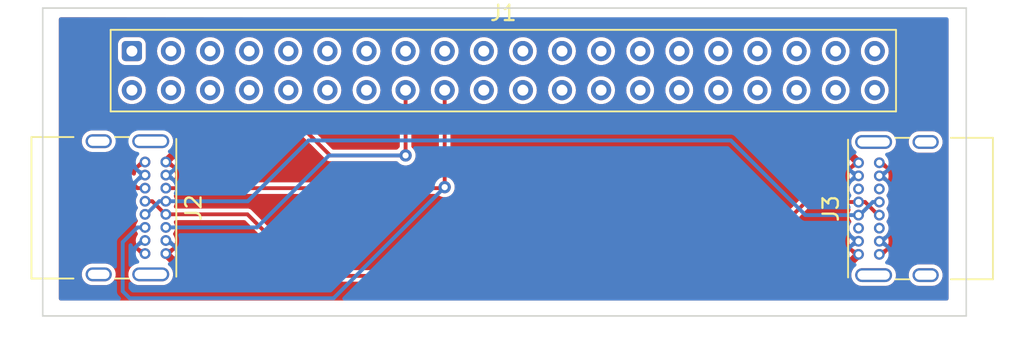
<source format=kicad_pcb>
(kicad_pcb (version 20211014) (generator pcbnew)
  (layers (0 "F.Cu" signal) (31 "B.Cu" signal) (34 "B.Paste" user) (35 "F.Paste" user) (36 "B.SilkS" user "B.Silkscreen") (37 "F.SilkS" user "F.Silkscreen") (38 "B.Mask" user) (39 "F.Mask" user) (44 "Edge.Cuts" user))
  (net 0 "")
  (net 1 "SD_MUX_SEL")
  (net 2 "SD_MUX_RST")
  (net 3 "USB_PN")
  (net 4 "USB_DN")
  (net 5 "GND")
  (net 6 "VCC")
  (footprint "Samtec_HLE-120-02-xx-DV-TE_2x20_P2.54mm_Horizontal" (layer "F.Cu") (at 105.795001 62.795001)
    (fp_text reference "J1" (at 24.13 -2.47) (layer "F.SilkS"))
    (fp_text value "Raspberry_Pi_2_3")
    (fp_line (start 49.64 -1.38) (end 49.64 3.92) (layer "F.SilkS") (width 0.12))
    (fp_line (start -1.38 -1.38) (end 49.64 -1.38) (layer "F.SilkS") (width 0.12))
    (fp_line (start 49.64 3.92) (end -1.38 3.92) (layer "F.SilkS") (width 0.12))
    (fp_line (start -1.38 3.92) (end -1.38 -1.38) (layer "F.SilkS") (width 0.12))
    (pad "1" thru_hole roundrect locked (at 0 0) (size 1.31 1.31) (drill 0.71) (layers *.Cu *.Mask) (roundrect_rratio 0.19084))
    (pad "2" thru_hole circle locked (at 0 2.54) (size 1.31 1.31) (drill 0.71) (layers *.Cu *.Mask))
    (pad "3" thru_hole circle locked (at 2.54 0) (size 1.31 1.31) (drill 0.71) (layers *.Cu *.Mask))
    (pad "4" thru_hole circle locked (at 2.54 2.54) (size 1.31 1.31) (drill 0.71) (layers *.Cu *.Mask))
    (pad "5" thru_hole circle locked (at 5.08 0) (size 1.31 1.31) (drill 0.71) (layers *.Cu *.Mask))
    (pad "6" thru_hole circle locked (at 5.08 2.54) (size 1.31 1.31) (drill 0.71) (layers *.Cu *.Mask))
    (pad "7" thru_hole circle locked (at 7.62 0) (size 1.31 1.31) (drill 0.71) (layers *.Cu *.Mask))
    (pad "8" thru_hole circle locked (at 7.62 2.54) (size 1.31 1.31) (drill 0.71) (layers *.Cu *.Mask))
    (pad "9" thru_hole circle locked (at 10.16 0) (size 1.31 1.31) (drill 0.71) (layers *.Cu *.Mask))
    (pad "10" thru_hole circle locked (at 10.16 2.54) (size 1.31 1.31) (drill 0.71) (layers *.Cu *.Mask))
    (pad "11" thru_hole circle locked (at 12.7 0) (size 1.31 1.31) (drill 0.71) (layers *.Cu *.Mask))
    (pad "12" thru_hole circle locked (at 12.7 2.54) (size 1.31 1.31) (drill 0.71) (layers *.Cu *.Mask))
    (pad "13" thru_hole circle locked (at 15.24 0) (size 1.31 1.31) (drill 0.71) (layers *.Cu *.Mask))
    (pad "14" thru_hole circle locked (at 15.24 2.54) (size 1.31 1.31) (drill 0.71) (layers *.Cu *.Mask))
    (pad "15" thru_hole circle locked (at 17.78 0) (size 1.31 1.31) (drill 0.71) (layers *.Cu *.Mask))
    (pad "16" thru_hole circle locked (at 17.78 2.54) (size 1.31 1.31) (drill 0.71) (layers *.Cu *.Mask) (net 1 "SD_MUX_SEL"))
    (pad "17" thru_hole circle locked (at 20.32 0) (size 1.31 1.31) (drill 0.71) (layers *.Cu *.Mask))
    (pad "18" thru_hole circle locked (at 20.32 2.54) (size 1.31 1.31) (drill 0.71) (layers *.Cu *.Mask) (net 2 "SD_MUX_RST"))
    (pad "19" thru_hole circle locked (at 22.86 0) (size 1.31 1.31) (drill 0.71) (layers *.Cu *.Mask))
    (pad "20" thru_hole circle locked (at 22.86 2.54) (size 1.31 1.31) (drill 0.71) (layers *.Cu *.Mask))
    (pad "21" thru_hole circle locked (at 25.4 0) (size 1.31 1.31) (drill 0.71) (layers *.Cu *.Mask))
    (pad "22" thru_hole circle locked (at 25.4 2.54) (size 1.31 1.31) (drill 0.71) (layers *.Cu *.Mask))
    (pad "23" thru_hole circle locked (at 27.94 0) (size 1.31 1.31) (drill 0.71) (layers *.Cu *.Mask))
    (pad "24" thru_hole circle locked (at 27.94 2.54) (size 1.31 1.31) (drill 0.71) (layers *.Cu *.Mask))
    (pad "25" thru_hole circle locked (at 30.48 0) (size 1.31 1.31) (drill 0.71) (layers *.Cu *.Mask))
    (pad "26" thru_hole circle locked (at 30.48 2.54) (size 1.31 1.31) (drill 0.71) (layers *.Cu *.Mask))
    (pad "27" thru_hole circle locked (at 33.02 0) (size 1.31 1.31) (drill 0.71) (layers *.Cu *.Mask))
    (pad "28" thru_hole circle locked (at 33.02 2.54) (size 1.31 1.31) (drill 0.71) (layers *.Cu *.Mask))
    (pad "29" thru_hole circle locked (at 35.56 0) (size 1.31 1.31) (drill 0.71) (layers *.Cu *.Mask))
    (pad "30" thru_hole circle locked (at 35.56 2.54) (size 1.31 1.31) (drill 0.71) (layers *.Cu *.Mask))
    (pad "31" thru_hole circle locked (at 38.1 0) (size 1.31 1.31) (drill 0.71) (layers *.Cu *.Mask))
    (pad "32" thru_hole circle locked (at 38.1 2.54) (size 1.31 1.31) (drill 0.71) (layers *.Cu *.Mask))
    (pad "33" thru_hole circle locked (at 40.64 0) (size 1.31 1.31) (drill 0.71) (layers *.Cu *.Mask))
    (pad "34" thru_hole circle locked (at 40.64 2.54) (size 1.31 1.31) (drill 0.71) (layers *.Cu *.Mask))
    (pad "35" thru_hole circle locked (at 43.18 0) (size 1.31 1.31) (drill 0.71) (layers *.Cu *.Mask))
    (pad "36" thru_hole circle locked (at 43.18 2.54) (size 1.31 1.31) (drill 0.71) (layers *.Cu *.Mask))
    (pad "37" thru_hole circle locked (at 45.72 0) (size 1.31 1.31) (drill 0.71) (layers *.Cu *.Mask))
    (pad "38" thru_hole circle locked (at 45.72 2.54) (size 1.31 1.31) (drill 0.71) (layers *.Cu *.Mask))
    (pad "39" thru_hole circle locked (at 48.26 0) (size 1.31 1.31) (drill 0.71) (layers *.Cu *.Mask))
    (pad "40" thru_hole circle locked (at 48.26 2.54) (size 1.31 1.31) (drill 0.71) (layers *.Cu *.Mask))
  )
  (footprint "USB_C_Receptacle_GCT_USB4085" (layer "F.Cu") (at 108 70 -90)
    (fp_text reference "J2" (at 2.975 -1.8 90) (layer "F.SilkS"))
    (fp_text value "USB_C_Receptacle_USB2.0")
    (fp_line (start -1.62 6) (end -1.62 8.73) (layer "F.SilkS") (width 0.12))
    (fp_line (start 7.57 2.4) (end 7.57 3.3) (layer "F.SilkS") (width 0.12))
    (fp_line (start -1.62 8.73) (end 7.57 8.73) (layer "F.SilkS") (width 0.12))
    (fp_line (start -1.62 2.4) (end -1.62 3.3) (layer "F.SilkS") (width 0.12))
    (fp_line (start -1.5 -0.68) (end 7.45 -0.68) (layer "F.SilkS") (width 0.12))
    (fp_line (start 7.57 6) (end 7.57 8.73) (layer "F.SilkS") (width 0.12))
    (pad "A1" thru_hole circle locked (at 0 0 270) (size 0.7 0.7) (drill 0.4) (layers *.Cu *.Mask) (net 5 "GND"))
    (pad "A4" thru_hole circle locked (at 0.85 0 270) (size 0.7 0.7) (drill 0.4) (layers *.Cu *.Mask) (net 6 "VCC"))
    (pad "A5" thru_hole circle locked (at 1.7 0 270) (size 0.7 0.7) (drill 0.4) (layers *.Cu *.Mask) (net 2 "SD_MUX_RST"))
    (pad "A6" thru_hole circle locked (at 2.55 0 270) (size 0.7 0.7) (drill 0.4) (layers *.Cu *.Mask) (net 3 "USB_PN"))
    (pad "A7" thru_hole circle locked (at 3.4 0 270) (size 0.7 0.7) (drill 0.4) (layers *.Cu *.Mask) (net 4 "USB_DN"))
    (pad "A8" thru_hole circle locked (at 4.25 0 270) (size 0.7 0.7) (drill 0.4) (layers *.Cu *.Mask) (net 1 "SD_MUX_SEL"))
    (pad "A9" thru_hole circle locked (at 5.1 0 270) (size 0.7 0.7) (drill 0.4) (layers *.Cu *.Mask) (net 6 "VCC"))
    (pad "A12" thru_hole circle locked (at 5.95 0 270) (size 0.7 0.7) (drill 0.4) (layers *.Cu *.Mask) (net 5 "GND"))
    (pad "B1" thru_hole circle locked (at 5.95 1.35 270) (size 0.7 0.7) (drill 0.4) (layers *.Cu *.Mask) (net 5 "GND"))
    (pad "B4" thru_hole circle locked (at 5.1 1.35 270) (size 0.7 0.7) (drill 0.4) (layers *.Cu *.Mask) (net 6 "VCC"))
    (pad "B5" thru_hole circle locked (at 4.25 1.35 270) (size 0.7 0.7) (drill 0.4) (layers *.Cu *.Mask) (net 2 "SD_MUX_RST"))
    (pad "B6" thru_hole circle locked (at 3.4 1.35 270) (size 0.7 0.7) (drill 0.4) (layers *.Cu *.Mask) (net 3 "USB_PN"))
    (pad "B7" thru_hole circle locked (at 2.55 1.35 270) (size 0.7 0.7) (drill 0.4) (layers *.Cu *.Mask) (net 4 "USB_DN"))
    (pad "B8" thru_hole circle locked (at 1.7 1.35 270) (size 0.7 0.7) (drill 0.4) (layers *.Cu *.Mask) (net 1 "SD_MUX_SEL"))
    (pad "B9" thru_hole circle locked (at 0.85 1.35 270) (size 0.7 0.7) (drill 0.4) (layers *.Cu *.Mask) (net 6 "VCC"))
    (pad "B12" thru_hole circle locked (at 0 1.35 270) (size 0.7 0.7) (drill 0.4) (layers *.Cu *.Mask) (net 5 "GND"))
    (pad "S1" thru_hole oval locked (at 7.3 4.36 270) (size 0.9 1.7) (drill oval 0.6 1.4) (layers *.Cu *.Mask))
    (pad "S1" thru_hole oval locked (at -1.35 0.98 270) (size 0.9 2.4) (drill oval 0.6 2.1) (layers *.Cu *.Mask))
    (pad "S1" thru_hole oval locked (at 7.3 0.98 270) (size 0.9 2.4) (drill oval 0.6 2.1) (layers *.Cu *.Mask))
    (pad "S1" thru_hole oval locked (at -1.35 4.36 270) (size 0.9 1.7) (drill oval 0.6 1.4) (layers *.Cu *.Mask))
  )
  (footprint "USB_C_Receptacle_GCT_USB4085" (layer "F.Cu") (at 153 76 90)
    (fp_text reference "J3" (at 2.975 -1.8 90) (layer "F.SilkS"))
    (fp_text value "USB_C_Receptacle_USB2.0")
    (fp_line (start -1.62 2.4) (end -1.62 3.3) (layer "F.SilkS") (width 0.12))
    (fp_line (start -1.62 6) (end -1.62 8.73) (layer "F.SilkS") (width 0.12))
    (fp_line (start -1.5 -0.68) (end 7.45 -0.68) (layer "F.SilkS") (width 0.12))
    (fp_line (start 7.57 6) (end 7.57 8.73) (layer "F.SilkS") (width 0.12))
    (fp_line (start 7.57 2.4) (end 7.57 3.3) (layer "F.SilkS") (width 0.12))
    (fp_line (start -1.62 8.73) (end 7.57 8.73) (layer "F.SilkS") (width 0.12))
    (pad "A1" thru_hole circle locked (at 0 0 90) (size 0.7 0.7) (drill 0.4) (layers *.Cu *.Mask) (net 5 "GND"))
    (pad "A4" thru_hole circle locked (at 0.85 0 90) (size 0.7 0.7) (drill 0.4) (layers *.Cu *.Mask) (net 6 "VCC"))
    (pad "A5" thru_hole circle locked (at 1.7 0 90) (size 0.7 0.7) (drill 0.4) (layers *.Cu *.Mask))
    (pad "A6" thru_hole circle locked (at 2.55 0 90) (size 0.7 0.7) (drill 0.4) (layers *.Cu *.Mask) (net 3 "USB_PN"))
    (pad "A7" thru_hole circle locked (at 3.4 0 90) (size 0.7 0.7) (drill 0.4) (layers *.Cu *.Mask) (net 4 "USB_DN"))
    (pad "A8" thru_hole circle locked (at 4.25 0 90) (size 0.7 0.7) (drill 0.4) (layers *.Cu *.Mask))
    (pad "A9" thru_hole circle locked (at 5.1 0 90) (size 0.7 0.7) (drill 0.4) (layers *.Cu *.Mask) (net 6 "VCC"))
    (pad "A12" thru_hole circle locked (at 5.95 0 90) (size 0.7 0.7) (drill 0.4) (layers *.Cu *.Mask) (net 5 "GND"))
    (pad "B1" thru_hole circle locked (at 5.95 1.35 90) (size 0.7 0.7) (drill 0.4) (layers *.Cu *.Mask) (net 5 "GND"))
    (pad "B4" thru_hole circle locked (at 5.1 1.35 90) (size 0.7 0.7) (drill 0.4) (layers *.Cu *.Mask) (net 6 "VCC"))
    (pad "B5" thru_hole circle locked (at 4.25 1.35 90) (size 0.7 0.7) (drill 0.4) (layers *.Cu *.Mask))
    (pad "B6" thru_hole circle locked (at 3.4 1.35 90) (size 0.7 0.7) (drill 0.4) (layers *.Cu *.Mask) (net 3 "USB_PN"))
    (pad "B7" thru_hole circle locked (at 2.55 1.35 90) (size 0.7 0.7) (drill 0.4) (layers *.Cu *.Mask) (net 4 "USB_DN"))
    (pad "B8" thru_hole circle locked (at 1.7 1.35 90) (size 0.7 0.7) (drill 0.4) (layers *.Cu *.Mask))
    (pad "B9" thru_hole circle locked (at 0.85 1.35 90) (size 0.7 0.7) (drill 0.4) (layers *.Cu *.Mask) (net 6 "VCC"))
    (pad "B12" thru_hole circle locked (at 0 1.35 90) (size 0.7 0.7) (drill 0.4) (layers *.Cu *.Mask) (net 5 "GND"))
    (pad "S1" thru_hole oval locked (at 7.3 4.36 90) (size 0.9 1.7) (drill oval 0.6 1.4) (layers *.Cu *.Mask))
    (pad "S1" thru_hole oval locked (at 7.3 0.98 90) (size 0.9 2.4) (drill oval 0.6 2.1) (layers *.Cu *.Mask))
    (pad "S1" thru_hole oval locked (at -1.35 0.98 90) (size 0.9 2.4) (drill oval 0.6 2.1) (layers *.Cu *.Mask))
    (pad "S1" thru_hole oval locked (at -1.35 4.36 90) (size 0.9 1.7) (drill oval 0.6 1.4) (layers *.Cu *.Mask))
  )
  (gr_line (start 160 80) (end 100 80) (layer "Edge.Cuts") (width 0.1))
  (gr_line (start 100 80) (end 100 60) (layer "Edge.Cuts") (width 0.1))
  (gr_line (start 100 60) (end 160 60) (layer "Edge.Cuts") (width 0.1))
  (gr_line (start 160 60) (end 160 80) (layer "Edge.Cuts") (width 0.1))
  (segment (start 123.575 69.575) (end 123.575001 65.335001) (width 0.25) (layer "F.Cu") (net 1))
  (segment (start 106.155026 71.7) (end 105.05 70.594974) (width 0.25) (layer "F.Cu") (net 1))
  (segment (start 105.05 67.775) (end 105.424999 67.400001) (width 0.25) (layer "F.Cu") (net 1))
  (segment (start 106.65 71.7) (end 106.155026 71.7) (width 0.25) (layer "F.Cu") (net 1))
  (segment (start 108 74.25) (end 108.075002 74.25) (width 0.25) (layer "F.Cu") (net 1))
  (segment (start 116.500001 67.400001) (end 118.675 69.575) (width 0.25) (layer "F.Cu") (net 1))
  (segment (start 105.424999 67.400001) (end 116.500001 67.400001) (width 0.25) (layer "F.Cu") (net 1))
  (segment (start 118.675 69.575) (end 123.575 69.575) (width 0.25) (layer "F.Cu") (net 1))
  (segment (start 105.05 70.594974) (end 105.05 67.775) (width 0.25) (layer "F.Cu") (net 1))
  (via (at 123.575 69.575) (size 0.8) (drill 0.4) (layers "F.Cu" "B.Cu") (net 1))
  (segment (start 118.6 69.575) (end 123.575 69.575) (width 0.25) (layer "B.Cu") (net 1))
  (segment (start 108 74.25) (end 113.925 74.25) (width 0.25) (layer "B.Cu") (net 1))
  (segment (start 113.925 74.25) (end 118.6 69.575) (width 0.25) (layer "B.Cu") (net 1))
  (segment (start 108 71.7) (end 126.1 71.7) (width 0.25) (layer "F.Cu") (net 2))
  (segment (start 126.1 71.7) (end 126.115001 71.684999) (width 0.25) (layer "F.Cu") (net 2))
  (segment (start 126.115001 71.684999) (end 126.115001 71.634999) (width 0.25) (layer "F.Cu") (net 2))
  (segment (start 126.115001 71.634999) (end 126.115001 65.335001) (width 0.25) (layer "F.Cu") (net 2))
  (via (at 126.115001 71.634999) (size 0.8) (drill 0.4) (layers "F.Cu" "B.Cu") (net 2))
  (segment (start 105.2 78.4) (end 105.65 78.85) (width 0.25) (layer "B.Cu") (net 2))
  (segment (start 106.65 74.25) (end 106.155026 74.25) (width 0.25) (layer "B.Cu") (net 2))
  (segment (start 118.9 78.85) (end 126.115001 71.634999) (width 0.25) (layer "B.Cu") (net 2))
  (segment (start 105.65 78.85) (end 118.9 78.85) (width 0.25) (layer "B.Cu") (net 2))
  (segment (start 106.155026 74.25) (end 105.2 75.205026) (width 0.25) (layer "B.Cu") (net 2))
  (segment (start 105.2 75.205026) (end 105.2 78.4) (width 0.25) (layer "B.Cu") (net 2))
  (segment (start 107.575002 72.55) (end 106.725002 73.4) (width 0.25) (layer "B.Cu") (net 3))
  (segment (start 113.325 72.55) (end 117.275 68.6) (width 0.25) (layer "B.Cu") (net 3))
  (segment (start 153.075002 73.45) (end 153 73.45) (width 0.25) (layer "B.Cu") (net 3))
  (segment (start 108 72.55) (end 107.575002 72.55) (width 0.25) (layer "B.Cu") (net 3))
  (segment (start 108 72.55) (end 113.325 72.55) (width 0.25) (layer "B.Cu") (net 3))
  (segment (start 117.275 68.6) (end 144.7 68.6) (width 0.25) (layer "B.Cu") (net 3))
  (segment (start 149.55 73.45) (end 153 73.45) (width 0.25) (layer "B.Cu") (net 3))
  (segment (start 154.35 72.6) (end 153.925002 72.6) (width 0.25) (layer "B.Cu") (net 3))
  (segment (start 153.925002 72.6) (end 153.075002 73.45) (width 0.25) (layer "B.Cu") (net 3))
  (segment (start 144.7 68.6) (end 149.55 73.45) (width 0.25) (layer "B.Cu") (net 3))
  (segment (start 106.725002 73.4) (end 106.65 73.4) (width 0.25) (layer "B.Cu") (net 3))
  (segment (start 117.3 77.4) (end 144.775 77.4) (width 0.25) (layer "F.Cu") (net 4))
  (segment (start 153 72.6) (end 153.424998 72.6) (width 0.25) (layer "F.Cu") (net 4))
  (segment (start 144.775 77.4) (end 149.575 72.6) (width 0.25) (layer "F.Cu") (net 4))
  (segment (start 108 73.4) (end 113.3 73.4) (width 0.25) (layer "F.Cu") (net 4))
  (segment (start 153.424998 72.6) (end 154.274998 73.45) (width 0.25) (layer "F.Cu") (net 4))
  (segment (start 113.3 73.4) (end 117.3 77.4) (width 0.25) (layer "F.Cu") (net 4))
  (segment (start 154.274998 73.45) (end 154.35 73.45) (width 0.25) (layer "F.Cu") (net 4))
  (segment (start 106.65 72.55) (end 107.116807 72.55) (width 0.25) (layer "F.Cu") (net 4))
  (segment (start 107.966807 73.4) (end 108 73.4) (width 0.25) (layer "F.Cu") (net 4))
  (segment (start 107.924998 73.4) (end 108 73.4) (width 0.25) (layer "F.Cu") (net 4))
  (segment (start 107.116807 72.55) (end 107.966807 73.4) (width 0.25) (layer "F.Cu") (net 4))
  (segment (start 149.575 72.6) (end 153 72.6) (width 0.25) (layer "F.Cu") (net 4))
  (zone (net 5) (net_name "GND") (layer "F.Cu") (connect_pads (clearance 0.25)) (min_thickness 0.254) (fill yes (thermal_gap 0.508) (thermal_bridge_width 0.508))
    (polygon (pts (xy 158.85 79) (xy 101.05 79) (xy 101.05 60.6) (xy 158.85 60.65)))
  )
  (zone (net 6) (net_name "VCC") (layer "B.Cu") (connect_pads (clearance 0.25)) (min_thickness 0.254) (fill yes (thermal_gap 0.508) (thermal_bridge_width 0.508))
    (polygon (pts (xy 158.85 79) (xy 101.05 79) (xy 101.05 60.6) (xy 158.85 60.6)))
  )
)
</source>
